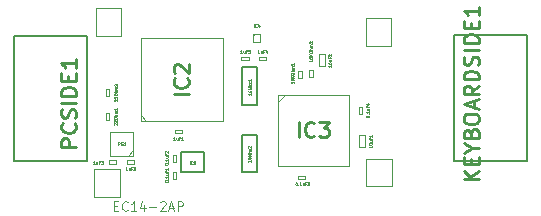
<source format=gbr>
G04 #@! TF.GenerationSoftware,KiCad,Pcbnew,(5.1.6)-1*
G04 #@! TF.CreationDate,2021-12-03T12:33:41+01:00*
G04 #@! TF.ProjectId,USBEMBEDED,55534245-4d42-4454-9445-442e6b696361,rev?*
G04 #@! TF.SameCoordinates,Original*
G04 #@! TF.FileFunction,Other,Fab,Top*
%FSLAX46Y46*%
G04 Gerber Fmt 4.6, Leading zero omitted, Abs format (unit mm)*
G04 Created by KiCad (PCBNEW (5.1.6)-1) date 2021-12-03 12:33:41*
%MOMM*%
%LPD*%
G01*
G04 APERTURE LIST*
%ADD10C,0.100000*%
%ADD11C,0.200000*%
%ADD12C,0.062500*%
%ADD13C,0.254000*%
%ADD14C,0.015000*%
G04 APERTURE END LIST*
D10*
G04 #@! TO.C,IC4*
X154368000Y-94738000D02*
X155013000Y-94738000D01*
X155013000Y-94738000D02*
X155013000Y-95383000D01*
X155013000Y-95383000D02*
X154368000Y-95383000D01*
X154368000Y-95383000D02*
X154368000Y-94738000D01*
X154368000Y-94906000D02*
X154537000Y-94737000D01*
D11*
G04 #@! TO.C,PCSIDE1*
X134170000Y-105510000D02*
X134170000Y-94890000D01*
X134170000Y-94890000D02*
X140370000Y-94890000D01*
X140370000Y-94890000D02*
X140370000Y-105510000D01*
X140370000Y-105510000D02*
X134170000Y-105510000D01*
G04 #@! TO.C,KEYBOARDSIDE1*
X177610000Y-94840000D02*
X177610000Y-105460000D01*
X177610000Y-105460000D02*
X171410000Y-105460000D01*
X171410000Y-105460000D02*
X171410000Y-94840000D01*
X171410000Y-94840000D02*
X177610000Y-94840000D01*
D10*
G04 #@! TO.C,TX1*
X163933000Y-95728000D02*
X163933000Y-93392000D01*
X163933000Y-93392000D02*
X166067000Y-93392000D01*
X166067000Y-93392000D02*
X166067000Y-95728000D01*
X166067000Y-95728000D02*
X163933000Y-95728000D01*
G04 #@! TO.C,RX1*
X163993000Y-107628000D02*
X163993000Y-105292000D01*
X163993000Y-105292000D02*
X166127000Y-105292000D01*
X166127000Y-105292000D02*
X166127000Y-107628000D01*
X166127000Y-107628000D02*
X163993000Y-107628000D01*
D11*
G04 #@! TO.C,IC5*
X148270000Y-104680000D02*
X150270000Y-104680000D01*
X150270000Y-104680000D02*
X150270000Y-106380000D01*
X150270000Y-106380000D02*
X148270000Y-106380000D01*
X148270000Y-106380000D02*
X148270000Y-104680000D01*
D10*
G04 #@! TO.C,GND1*
X141113000Y-94868000D02*
X141113000Y-92532000D01*
X141113000Y-92532000D02*
X143247000Y-92532000D01*
X143247000Y-92532000D02*
X143247000Y-94868000D01*
X143247000Y-94868000D02*
X141113000Y-94868000D01*
G04 #@! TO.C,5V+1*
X140963000Y-108528000D02*
X140963000Y-106192000D01*
X140963000Y-106192000D02*
X143097000Y-106192000D01*
X143097000Y-106192000D02*
X143097000Y-108528000D01*
X143097000Y-108528000D02*
X140963000Y-108528000D01*
G04 #@! TO.C,1uF4*
X154865000Y-96960000D02*
X154865000Y-96660000D01*
X155465000Y-96960000D02*
X154865000Y-96960000D01*
X155465000Y-96660000D02*
X155465000Y-96960000D01*
X154865000Y-96660000D02*
X155465000Y-96660000D01*
G04 #@! TO.C,1uF1*
X147780000Y-102830000D02*
X148380000Y-102830000D01*
X148380000Y-102830000D02*
X148380000Y-103130000D01*
X148380000Y-103130000D02*
X147780000Y-103130000D01*
X147780000Y-103130000D02*
X147780000Y-102830000D01*
G04 #@! TO.C,0.1uF3*
X158200000Y-106730000D02*
X158800000Y-106730000D01*
X158800000Y-106730000D02*
X158800000Y-107030000D01*
X158800000Y-107030000D02*
X158200000Y-107030000D01*
X158200000Y-107030000D02*
X158200000Y-106730000D01*
G04 #@! TO.C,PS1*
X144280000Y-105020000D02*
X142280000Y-105020000D01*
X142280000Y-105020000D02*
X142280000Y-103020000D01*
X142280000Y-103020000D02*
X144280000Y-103020000D01*
X144280000Y-103020000D02*
X144280000Y-105020000D01*
X144280000Y-104520000D02*
X143780000Y-105020000D01*
G04 #@! TO.C,IC3*
X156500000Y-99870000D02*
X162500000Y-99870000D01*
X162500000Y-99870000D02*
X162500000Y-105870000D01*
X162500000Y-105870000D02*
X156500000Y-105870000D01*
X156500000Y-105870000D02*
X156500000Y-99870000D01*
X156500000Y-100520000D02*
X157150000Y-99870000D01*
G04 #@! TO.C,IC2*
X144880000Y-102070000D02*
X144880000Y-95070000D01*
X144880000Y-95070000D02*
X151880000Y-95070000D01*
X151880000Y-95070000D02*
X151880000Y-102070000D01*
X151880000Y-102070000D02*
X144880000Y-102070000D01*
X145380000Y-102070000D02*
X144880000Y-101570000D01*
G04 #@! TO.C,22Ohm2*
X142240000Y-99380000D02*
X142240000Y-99980000D01*
X142240000Y-99980000D02*
X141940000Y-99980000D01*
X141940000Y-99980000D02*
X141940000Y-99380000D01*
X141940000Y-99380000D02*
X142240000Y-99380000D01*
G04 #@! TO.C,22Ohm1*
X142240000Y-101430000D02*
X142240000Y-102030000D01*
X142240000Y-102030000D02*
X141940000Y-102030000D01*
X141940000Y-102030000D02*
X141940000Y-101430000D01*
X141940000Y-101430000D02*
X142240000Y-101430000D01*
G04 #@! TO.C,1uF5*
X154025000Y-96960000D02*
X153425000Y-96960000D01*
X153425000Y-96960000D02*
X153425000Y-96660000D01*
X153425000Y-96660000D02*
X154025000Y-96660000D01*
X154025000Y-96660000D02*
X154025000Y-96960000D01*
G04 #@! TO.C,1uF3*
X142810000Y-105700000D02*
X142210000Y-105700000D01*
X142210000Y-105700000D02*
X142210000Y-105400000D01*
X142210000Y-105400000D02*
X142810000Y-105400000D01*
X142810000Y-105400000D02*
X142810000Y-105700000D01*
G04 #@! TO.C,1uF2*
X143690000Y-105400000D02*
X144290000Y-105400000D01*
X144290000Y-105400000D02*
X144290000Y-105700000D01*
X144290000Y-105700000D02*
X143690000Y-105700000D01*
X143690000Y-105700000D02*
X143690000Y-105400000D01*
D11*
G04 #@! TO.C,16Mhz2*
X154760000Y-103240000D02*
X154760000Y-106440000D01*
X154760000Y-106440000D02*
X153460000Y-106440000D01*
X153460000Y-106440000D02*
X153460000Y-103240000D01*
X153460000Y-103240000D02*
X154760000Y-103240000D01*
G04 #@! TO.C,16Mhz1*
X154770000Y-97530000D02*
X154770000Y-100730000D01*
X154770000Y-100730000D02*
X153470000Y-100730000D01*
X153470000Y-100730000D02*
X153470000Y-97530000D01*
X153470000Y-97530000D02*
X154770000Y-97530000D01*
D10*
G04 #@! TO.C,10uF2*
X160010000Y-97450000D02*
X160010000Y-96450000D01*
X160010000Y-96450000D02*
X160510000Y-96450000D01*
X160510000Y-96450000D02*
X160510000Y-97450000D01*
X160510000Y-97450000D02*
X160010000Y-97450000D01*
G04 #@! TO.C,10uF1*
X163890000Y-103310000D02*
X163890000Y-104310000D01*
X163890000Y-104310000D02*
X163390000Y-104310000D01*
X163390000Y-104310000D02*
X163390000Y-103310000D01*
X163390000Y-103310000D02*
X163890000Y-103310000D01*
G04 #@! TO.C,10KOhm1*
X158510000Y-97860000D02*
X158510000Y-98460000D01*
X158510000Y-98460000D02*
X158210000Y-98460000D01*
X158210000Y-98460000D02*
X158210000Y-97860000D01*
X158210000Y-97860000D02*
X158510000Y-97860000D01*
G04 #@! TO.C,10KOhm2*
X159180000Y-98370000D02*
X159180000Y-97770000D01*
X159180000Y-97770000D02*
X159480000Y-97770000D01*
X159480000Y-97770000D02*
X159480000Y-98370000D01*
X159480000Y-98370000D02*
X159180000Y-98370000D01*
G04 #@! TO.C,0.1uF4*
X163360000Y-101480000D02*
X163360000Y-100880000D01*
X163360000Y-100880000D02*
X163660000Y-100880000D01*
X163660000Y-100880000D02*
X163660000Y-101480000D01*
X163660000Y-101480000D02*
X163360000Y-101480000D01*
G04 #@! TO.C,0.1uF2*
X147900000Y-104930000D02*
X147900000Y-105530000D01*
X147900000Y-105530000D02*
X147600000Y-105530000D01*
X147600000Y-105530000D02*
X147600000Y-104930000D01*
X147600000Y-104930000D02*
X147900000Y-104930000D01*
G04 #@! TO.C,0.1uF1*
X147610000Y-106985000D02*
X147610000Y-106385000D01*
X147610000Y-106385000D02*
X147910000Y-106385000D01*
X147910000Y-106385000D02*
X147910000Y-106985000D01*
X147910000Y-106985000D02*
X147610000Y-106985000D01*
G04 #@! TD*
G04 #@! TO.C,IC4*
D12*
X154445952Y-94113095D02*
X154445952Y-93863095D01*
X154707857Y-94089285D02*
X154695952Y-94101190D01*
X154660238Y-94113095D01*
X154636428Y-94113095D01*
X154600714Y-94101190D01*
X154576904Y-94077380D01*
X154565000Y-94053571D01*
X154553095Y-94005952D01*
X154553095Y-93970238D01*
X154565000Y-93922619D01*
X154576904Y-93898809D01*
X154600714Y-93875000D01*
X154636428Y-93863095D01*
X154660238Y-93863095D01*
X154695952Y-93875000D01*
X154707857Y-93886904D01*
X154922142Y-93946428D02*
X154922142Y-94113095D01*
X154862619Y-93851190D02*
X154803095Y-94029761D01*
X154957857Y-94029761D01*
G04 #@! TO.C,PCSIDE1*
D13*
X139423953Y-104290887D02*
X138153953Y-104290887D01*
X138153953Y-103807078D01*
X138214430Y-103686125D01*
X138274906Y-103625649D01*
X138395858Y-103565173D01*
X138577287Y-103565173D01*
X138698239Y-103625649D01*
X138758715Y-103686125D01*
X138819191Y-103807078D01*
X138819191Y-104290887D01*
X139303001Y-102295173D02*
X139363477Y-102355649D01*
X139423953Y-102537078D01*
X139423953Y-102658030D01*
X139363477Y-102839459D01*
X139242525Y-102960411D01*
X139121572Y-103020887D01*
X138879668Y-103081363D01*
X138698239Y-103081363D01*
X138456334Y-103020887D01*
X138335382Y-102960411D01*
X138214430Y-102839459D01*
X138153953Y-102658030D01*
X138153953Y-102537078D01*
X138214430Y-102355649D01*
X138274906Y-102295173D01*
X139363477Y-101811363D02*
X139423953Y-101629935D01*
X139423953Y-101327554D01*
X139363477Y-101206601D01*
X139303001Y-101146125D01*
X139182049Y-101085649D01*
X139061096Y-101085649D01*
X138940144Y-101146125D01*
X138879668Y-101206601D01*
X138819191Y-101327554D01*
X138758715Y-101569459D01*
X138698239Y-101690411D01*
X138637763Y-101750887D01*
X138516810Y-101811363D01*
X138395858Y-101811363D01*
X138274906Y-101750887D01*
X138214430Y-101690411D01*
X138153953Y-101569459D01*
X138153953Y-101267078D01*
X138214430Y-101085649D01*
X139423953Y-100541363D02*
X138153953Y-100541363D01*
X139423953Y-99936601D02*
X138153953Y-99936601D01*
X138153953Y-99634220D01*
X138214430Y-99452792D01*
X138335382Y-99331840D01*
X138456334Y-99271363D01*
X138698239Y-99210887D01*
X138879668Y-99210887D01*
X139121572Y-99271363D01*
X139242525Y-99331840D01*
X139363477Y-99452792D01*
X139423953Y-99634220D01*
X139423953Y-99936601D01*
X138758715Y-98666601D02*
X138758715Y-98243268D01*
X139423953Y-98061840D02*
X139423953Y-98666601D01*
X138153953Y-98666601D01*
X138153953Y-98061840D01*
X139423953Y-96852316D02*
X139423953Y-97578030D01*
X139423953Y-97215173D02*
X138153953Y-97215173D01*
X138335382Y-97336125D01*
X138456334Y-97457078D01*
X138516810Y-97578030D01*
G04 #@! TO.C,KEYBOARDSIDE1*
X173505093Y-107035540D02*
X172235093Y-107035540D01*
X173505093Y-106309826D02*
X172779379Y-106854112D01*
X172235093Y-106309826D02*
X172960808Y-107035540D01*
X172839855Y-105765540D02*
X172839855Y-105342207D01*
X173505093Y-105160779D02*
X173505093Y-105765540D01*
X172235093Y-105765540D01*
X172235093Y-105160779D01*
X172900331Y-104374588D02*
X173505093Y-104374588D01*
X172235093Y-104797921D02*
X172900331Y-104374588D01*
X172235093Y-103951255D01*
X172839855Y-103104588D02*
X172900331Y-102923160D01*
X172960808Y-102862683D01*
X173081760Y-102802207D01*
X173263189Y-102802207D01*
X173384141Y-102862683D01*
X173444617Y-102923160D01*
X173505093Y-103044112D01*
X173505093Y-103527921D01*
X172235093Y-103527921D01*
X172235093Y-103104588D01*
X172295570Y-102983636D01*
X172356046Y-102923160D01*
X172476998Y-102862683D01*
X172597950Y-102862683D01*
X172718903Y-102923160D01*
X172779379Y-102983636D01*
X172839855Y-103104588D01*
X172839855Y-103527921D01*
X172235093Y-102016017D02*
X172235093Y-101774112D01*
X172295570Y-101653160D01*
X172416522Y-101532207D01*
X172658427Y-101471731D01*
X173081760Y-101471731D01*
X173323665Y-101532207D01*
X173444617Y-101653160D01*
X173505093Y-101774112D01*
X173505093Y-102016017D01*
X173444617Y-102136969D01*
X173323665Y-102257921D01*
X173081760Y-102318398D01*
X172658427Y-102318398D01*
X172416522Y-102257921D01*
X172295570Y-102136969D01*
X172235093Y-102016017D01*
X173142236Y-100987921D02*
X173142236Y-100383160D01*
X173505093Y-101108874D02*
X172235093Y-100685540D01*
X173505093Y-100262207D01*
X173505093Y-99113160D02*
X172900331Y-99536493D01*
X173505093Y-99838874D02*
X172235093Y-99838874D01*
X172235093Y-99355064D01*
X172295570Y-99234112D01*
X172356046Y-99173636D01*
X172476998Y-99113160D01*
X172658427Y-99113160D01*
X172779379Y-99173636D01*
X172839855Y-99234112D01*
X172900331Y-99355064D01*
X172900331Y-99838874D01*
X173505093Y-98568874D02*
X172235093Y-98568874D01*
X172235093Y-98266493D01*
X172295570Y-98085064D01*
X172416522Y-97964112D01*
X172537474Y-97903636D01*
X172779379Y-97843160D01*
X172960808Y-97843160D01*
X173202712Y-97903636D01*
X173323665Y-97964112D01*
X173444617Y-98085064D01*
X173505093Y-98266493D01*
X173505093Y-98568874D01*
X173444617Y-97359350D02*
X173505093Y-97177921D01*
X173505093Y-96875540D01*
X173444617Y-96754588D01*
X173384141Y-96694112D01*
X173263189Y-96633636D01*
X173142236Y-96633636D01*
X173021284Y-96694112D01*
X172960808Y-96754588D01*
X172900331Y-96875540D01*
X172839855Y-97117445D01*
X172779379Y-97238398D01*
X172718903Y-97298874D01*
X172597950Y-97359350D01*
X172476998Y-97359350D01*
X172356046Y-97298874D01*
X172295570Y-97238398D01*
X172235093Y-97117445D01*
X172235093Y-96815064D01*
X172295570Y-96633636D01*
X173505093Y-96089350D02*
X172235093Y-96089350D01*
X173505093Y-95484588D02*
X172235093Y-95484588D01*
X172235093Y-95182207D01*
X172295570Y-95000779D01*
X172416522Y-94879826D01*
X172537474Y-94819350D01*
X172779379Y-94758874D01*
X172960808Y-94758874D01*
X173202712Y-94819350D01*
X173323665Y-94879826D01*
X173444617Y-95000779D01*
X173505093Y-95182207D01*
X173505093Y-95484588D01*
X172839855Y-94214588D02*
X172839855Y-93791255D01*
X173505093Y-93609826D02*
X173505093Y-94214588D01*
X172235093Y-94214588D01*
X172235093Y-93609826D01*
X173505093Y-92400302D02*
X173505093Y-93126017D01*
X173505093Y-92763160D02*
X172235093Y-92763160D01*
X172416522Y-92884112D01*
X172537474Y-93005064D01*
X172597950Y-93126017D01*
G04 #@! TO.C,IC5*
D12*
X149025952Y-105743095D02*
X149025952Y-105493095D01*
X149287857Y-105719285D02*
X149275952Y-105731190D01*
X149240238Y-105743095D01*
X149216428Y-105743095D01*
X149180714Y-105731190D01*
X149156904Y-105707380D01*
X149145000Y-105683571D01*
X149133095Y-105635952D01*
X149133095Y-105600238D01*
X149145000Y-105552619D01*
X149156904Y-105528809D01*
X149180714Y-105505000D01*
X149216428Y-105493095D01*
X149240238Y-105493095D01*
X149275952Y-105505000D01*
X149287857Y-105516904D01*
X149514047Y-105493095D02*
X149395000Y-105493095D01*
X149383095Y-105612142D01*
X149395000Y-105600238D01*
X149418809Y-105588333D01*
X149478333Y-105588333D01*
X149502142Y-105600238D01*
X149514047Y-105612142D01*
X149525952Y-105635952D01*
X149525952Y-105695476D01*
X149514047Y-105719285D01*
X149502142Y-105731190D01*
X149478333Y-105743095D01*
X149418809Y-105743095D01*
X149395000Y-105731190D01*
X149383095Y-105719285D01*
G04 #@! TO.C,1uF4*
X154932142Y-96363095D02*
X154789285Y-96363095D01*
X154860714Y-96363095D02*
X154860714Y-96113095D01*
X154836904Y-96148809D01*
X154813095Y-96172619D01*
X154789285Y-96184523D01*
X155146428Y-96196428D02*
X155146428Y-96363095D01*
X155039285Y-96196428D02*
X155039285Y-96327380D01*
X155051190Y-96351190D01*
X155075000Y-96363095D01*
X155110714Y-96363095D01*
X155134523Y-96351190D01*
X155146428Y-96339285D01*
X155348809Y-96232142D02*
X155265476Y-96232142D01*
X155265476Y-96363095D02*
X155265476Y-96113095D01*
X155384523Y-96113095D01*
X155586904Y-96196428D02*
X155586904Y-96363095D01*
X155527380Y-96101190D02*
X155467857Y-96279761D01*
X155622619Y-96279761D01*
G04 #@! TO.C,1uF1*
X147807142Y-103688095D02*
X147664285Y-103688095D01*
X147735714Y-103688095D02*
X147735714Y-103438095D01*
X147711904Y-103473809D01*
X147688095Y-103497619D01*
X147664285Y-103509523D01*
X148021428Y-103521428D02*
X148021428Y-103688095D01*
X147914285Y-103521428D02*
X147914285Y-103652380D01*
X147926190Y-103676190D01*
X147950000Y-103688095D01*
X147985714Y-103688095D01*
X148009523Y-103676190D01*
X148021428Y-103664285D01*
X148223809Y-103557142D02*
X148140476Y-103557142D01*
X148140476Y-103688095D02*
X148140476Y-103438095D01*
X148259523Y-103438095D01*
X148485714Y-103688095D02*
X148342857Y-103688095D01*
X148414285Y-103688095D02*
X148414285Y-103438095D01*
X148390476Y-103473809D01*
X148366666Y-103497619D01*
X148342857Y-103509523D01*
G04 #@! TO.C,0.1uF3*
X158045238Y-107288095D02*
X158069047Y-107288095D01*
X158092857Y-107300000D01*
X158104761Y-107311904D01*
X158116666Y-107335714D01*
X158128571Y-107383333D01*
X158128571Y-107442857D01*
X158116666Y-107490476D01*
X158104761Y-107514285D01*
X158092857Y-107526190D01*
X158069047Y-107538095D01*
X158045238Y-107538095D01*
X158021428Y-107526190D01*
X158009523Y-107514285D01*
X157997619Y-107490476D01*
X157985714Y-107442857D01*
X157985714Y-107383333D01*
X157997619Y-107335714D01*
X158009523Y-107311904D01*
X158021428Y-107300000D01*
X158045238Y-107288095D01*
X158235714Y-107514285D02*
X158247619Y-107526190D01*
X158235714Y-107538095D01*
X158223809Y-107526190D01*
X158235714Y-107514285D01*
X158235714Y-107538095D01*
X158485714Y-107538095D02*
X158342857Y-107538095D01*
X158414285Y-107538095D02*
X158414285Y-107288095D01*
X158390476Y-107323809D01*
X158366666Y-107347619D01*
X158342857Y-107359523D01*
X158700000Y-107371428D02*
X158700000Y-107538095D01*
X158592857Y-107371428D02*
X158592857Y-107502380D01*
X158604761Y-107526190D01*
X158628571Y-107538095D01*
X158664285Y-107538095D01*
X158688095Y-107526190D01*
X158700000Y-107514285D01*
X158902380Y-107407142D02*
X158819047Y-107407142D01*
X158819047Y-107538095D02*
X158819047Y-107288095D01*
X158938095Y-107288095D01*
X159009523Y-107288095D02*
X159164285Y-107288095D01*
X159080952Y-107383333D01*
X159116666Y-107383333D01*
X159140476Y-107395238D01*
X159152380Y-107407142D01*
X159164285Y-107430952D01*
X159164285Y-107490476D01*
X159152380Y-107514285D01*
X159140476Y-107526190D01*
X159116666Y-107538095D01*
X159045238Y-107538095D01*
X159021428Y-107526190D01*
X159009523Y-107514285D01*
G04 #@! TO.C,U1*
D14*
X142614111Y-109273757D02*
X142876579Y-109273757D01*
X142989065Y-109686205D02*
X142614111Y-109686205D01*
X142614111Y-108898803D01*
X142989065Y-108898803D01*
X143776467Y-109611215D02*
X143738971Y-109648710D01*
X143626485Y-109686205D01*
X143551495Y-109686205D01*
X143439009Y-109648710D01*
X143364018Y-109573719D01*
X143326523Y-109498729D01*
X143289027Y-109348747D01*
X143289027Y-109236261D01*
X143326523Y-109086280D01*
X143364018Y-109011289D01*
X143439009Y-108936299D01*
X143551495Y-108898803D01*
X143626485Y-108898803D01*
X143738971Y-108936299D01*
X143776467Y-108973794D01*
X144526373Y-109686205D02*
X144076429Y-109686205D01*
X144301401Y-109686205D02*
X144301401Y-108898803D01*
X144226411Y-109011289D01*
X144151420Y-109086280D01*
X144076429Y-109123775D01*
X145201289Y-109161271D02*
X145201289Y-109686205D01*
X145013813Y-108861308D02*
X144826336Y-109423738D01*
X145313775Y-109423738D01*
X145613738Y-109386243D02*
X146213663Y-109386243D01*
X146551121Y-108973794D02*
X146588617Y-108936299D01*
X146663607Y-108898803D01*
X146851084Y-108898803D01*
X146926075Y-108936299D01*
X146963570Y-108973794D01*
X147001065Y-109048785D01*
X147001065Y-109123775D01*
X146963570Y-109236261D01*
X146513626Y-109686205D01*
X147001065Y-109686205D01*
X147301028Y-109461233D02*
X147675981Y-109461233D01*
X147226037Y-109686205D02*
X147488505Y-108898803D01*
X147750972Y-109686205D01*
X148013439Y-109686205D02*
X148013439Y-108898803D01*
X148313402Y-108898803D01*
X148388393Y-108936299D01*
X148425888Y-108973794D01*
X148463383Y-109048785D01*
X148463383Y-109161271D01*
X148425888Y-109236261D01*
X148388393Y-109273757D01*
X148313402Y-109311252D01*
X148013439Y-109311252D01*
G04 #@! TO.C,PS1*
D12*
X142976428Y-104133095D02*
X142976428Y-103883095D01*
X143071666Y-103883095D01*
X143095476Y-103895000D01*
X143107380Y-103906904D01*
X143119285Y-103930714D01*
X143119285Y-103966428D01*
X143107380Y-103990238D01*
X143095476Y-104002142D01*
X143071666Y-104014047D01*
X142976428Y-104014047D01*
X143214523Y-104121190D02*
X143250238Y-104133095D01*
X143309761Y-104133095D01*
X143333571Y-104121190D01*
X143345476Y-104109285D01*
X143357380Y-104085476D01*
X143357380Y-104061666D01*
X143345476Y-104037857D01*
X143333571Y-104025952D01*
X143309761Y-104014047D01*
X143262142Y-104002142D01*
X143238333Y-103990238D01*
X143226428Y-103978333D01*
X143214523Y-103954523D01*
X143214523Y-103930714D01*
X143226428Y-103906904D01*
X143238333Y-103895000D01*
X143262142Y-103883095D01*
X143321666Y-103883095D01*
X143357380Y-103895000D01*
X143595476Y-104133095D02*
X143452619Y-104133095D01*
X143524047Y-104133095D02*
X143524047Y-103883095D01*
X143500238Y-103918809D01*
X143476428Y-103942619D01*
X143452619Y-103954523D01*
G04 #@! TO.C,IC3*
D13*
X158260238Y-103444523D02*
X158260238Y-102174523D01*
X159590714Y-103323571D02*
X159530238Y-103384047D01*
X159348809Y-103444523D01*
X159227857Y-103444523D01*
X159046428Y-103384047D01*
X158925476Y-103263095D01*
X158865000Y-103142142D01*
X158804523Y-102900238D01*
X158804523Y-102718809D01*
X158865000Y-102476904D01*
X158925476Y-102355952D01*
X159046428Y-102235000D01*
X159227857Y-102174523D01*
X159348809Y-102174523D01*
X159530238Y-102235000D01*
X159590714Y-102295476D01*
X160014047Y-102174523D02*
X160800238Y-102174523D01*
X160376904Y-102658333D01*
X160558333Y-102658333D01*
X160679285Y-102718809D01*
X160739761Y-102779285D01*
X160800238Y-102900238D01*
X160800238Y-103202619D01*
X160739761Y-103323571D01*
X160679285Y-103384047D01*
X160558333Y-103444523D01*
X160195476Y-103444523D01*
X160074523Y-103384047D01*
X160014047Y-103323571D01*
G04 #@! TO.C,IC2*
X148954523Y-99809761D02*
X147684523Y-99809761D01*
X148833571Y-98479285D02*
X148894047Y-98539761D01*
X148954523Y-98721190D01*
X148954523Y-98842142D01*
X148894047Y-99023571D01*
X148773095Y-99144523D01*
X148652142Y-99205000D01*
X148410238Y-99265476D01*
X148228809Y-99265476D01*
X147986904Y-99205000D01*
X147865952Y-99144523D01*
X147745000Y-99023571D01*
X147684523Y-98842142D01*
X147684523Y-98721190D01*
X147745000Y-98539761D01*
X147805476Y-98479285D01*
X147805476Y-97995476D02*
X147745000Y-97935000D01*
X147684523Y-97814047D01*
X147684523Y-97511666D01*
X147745000Y-97390714D01*
X147805476Y-97330238D01*
X147926428Y-97269761D01*
X148047380Y-97269761D01*
X148228809Y-97330238D01*
X148954523Y-98055952D01*
X148954523Y-97269761D01*
G04 #@! TO.C,22Ohm2*
D12*
X142686904Y-100400238D02*
X142675000Y-100388333D01*
X142663095Y-100364523D01*
X142663095Y-100305000D01*
X142675000Y-100281190D01*
X142686904Y-100269285D01*
X142710714Y-100257380D01*
X142734523Y-100257380D01*
X142770238Y-100269285D01*
X142913095Y-100412142D01*
X142913095Y-100257380D01*
X142686904Y-100162142D02*
X142675000Y-100150238D01*
X142663095Y-100126428D01*
X142663095Y-100066904D01*
X142675000Y-100043095D01*
X142686904Y-100031190D01*
X142710714Y-100019285D01*
X142734523Y-100019285D01*
X142770238Y-100031190D01*
X142913095Y-100174047D01*
X142913095Y-100019285D01*
X142663095Y-99864523D02*
X142663095Y-99816904D01*
X142675000Y-99793095D01*
X142698809Y-99769285D01*
X142746428Y-99757380D01*
X142829761Y-99757380D01*
X142877380Y-99769285D01*
X142901190Y-99793095D01*
X142913095Y-99816904D01*
X142913095Y-99864523D01*
X142901190Y-99888333D01*
X142877380Y-99912142D01*
X142829761Y-99924047D01*
X142746428Y-99924047D01*
X142698809Y-99912142D01*
X142675000Y-99888333D01*
X142663095Y-99864523D01*
X142913095Y-99650238D02*
X142663095Y-99650238D01*
X142913095Y-99543095D02*
X142782142Y-99543095D01*
X142758333Y-99555000D01*
X142746428Y-99578809D01*
X142746428Y-99614523D01*
X142758333Y-99638333D01*
X142770238Y-99650238D01*
X142913095Y-99424047D02*
X142746428Y-99424047D01*
X142770238Y-99424047D02*
X142758333Y-99412142D01*
X142746428Y-99388333D01*
X142746428Y-99352619D01*
X142758333Y-99328809D01*
X142782142Y-99316904D01*
X142913095Y-99316904D01*
X142782142Y-99316904D02*
X142758333Y-99305000D01*
X142746428Y-99281190D01*
X142746428Y-99245476D01*
X142758333Y-99221666D01*
X142782142Y-99209761D01*
X142913095Y-99209761D01*
X142686904Y-99102619D02*
X142675000Y-99090714D01*
X142663095Y-99066904D01*
X142663095Y-99007380D01*
X142675000Y-98983571D01*
X142686904Y-98971666D01*
X142710714Y-98959761D01*
X142734523Y-98959761D01*
X142770238Y-98971666D01*
X142913095Y-99114523D01*
X142913095Y-98959761D01*
G04 #@! TO.C,22Ohm1*
X142636904Y-102420238D02*
X142625000Y-102408333D01*
X142613095Y-102384523D01*
X142613095Y-102325000D01*
X142625000Y-102301190D01*
X142636904Y-102289285D01*
X142660714Y-102277380D01*
X142684523Y-102277380D01*
X142720238Y-102289285D01*
X142863095Y-102432142D01*
X142863095Y-102277380D01*
X142636904Y-102182142D02*
X142625000Y-102170238D01*
X142613095Y-102146428D01*
X142613095Y-102086904D01*
X142625000Y-102063095D01*
X142636904Y-102051190D01*
X142660714Y-102039285D01*
X142684523Y-102039285D01*
X142720238Y-102051190D01*
X142863095Y-102194047D01*
X142863095Y-102039285D01*
X142613095Y-101884523D02*
X142613095Y-101836904D01*
X142625000Y-101813095D01*
X142648809Y-101789285D01*
X142696428Y-101777380D01*
X142779761Y-101777380D01*
X142827380Y-101789285D01*
X142851190Y-101813095D01*
X142863095Y-101836904D01*
X142863095Y-101884523D01*
X142851190Y-101908333D01*
X142827380Y-101932142D01*
X142779761Y-101944047D01*
X142696428Y-101944047D01*
X142648809Y-101932142D01*
X142625000Y-101908333D01*
X142613095Y-101884523D01*
X142863095Y-101670238D02*
X142613095Y-101670238D01*
X142863095Y-101563095D02*
X142732142Y-101563095D01*
X142708333Y-101575000D01*
X142696428Y-101598809D01*
X142696428Y-101634523D01*
X142708333Y-101658333D01*
X142720238Y-101670238D01*
X142863095Y-101444047D02*
X142696428Y-101444047D01*
X142720238Y-101444047D02*
X142708333Y-101432142D01*
X142696428Y-101408333D01*
X142696428Y-101372619D01*
X142708333Y-101348809D01*
X142732142Y-101336904D01*
X142863095Y-101336904D01*
X142732142Y-101336904D02*
X142708333Y-101325000D01*
X142696428Y-101301190D01*
X142696428Y-101265476D01*
X142708333Y-101241666D01*
X142732142Y-101229761D01*
X142863095Y-101229761D01*
X142863095Y-100979761D02*
X142863095Y-101122619D01*
X142863095Y-101051190D02*
X142613095Y-101051190D01*
X142648809Y-101075000D01*
X142672619Y-101098809D01*
X142684523Y-101122619D01*
G04 #@! TO.C,1uF5*
X153482142Y-96313095D02*
X153339285Y-96313095D01*
X153410714Y-96313095D02*
X153410714Y-96063095D01*
X153386904Y-96098809D01*
X153363095Y-96122619D01*
X153339285Y-96134523D01*
X153696428Y-96146428D02*
X153696428Y-96313095D01*
X153589285Y-96146428D02*
X153589285Y-96277380D01*
X153601190Y-96301190D01*
X153625000Y-96313095D01*
X153660714Y-96313095D01*
X153684523Y-96301190D01*
X153696428Y-96289285D01*
X153898809Y-96182142D02*
X153815476Y-96182142D01*
X153815476Y-96313095D02*
X153815476Y-96063095D01*
X153934523Y-96063095D01*
X154148809Y-96063095D02*
X154029761Y-96063095D01*
X154017857Y-96182142D01*
X154029761Y-96170238D01*
X154053571Y-96158333D01*
X154113095Y-96158333D01*
X154136904Y-96170238D01*
X154148809Y-96182142D01*
X154160714Y-96205952D01*
X154160714Y-96265476D01*
X154148809Y-96289285D01*
X154136904Y-96301190D01*
X154113095Y-96313095D01*
X154053571Y-96313095D01*
X154029761Y-96301190D01*
X154017857Y-96289285D01*
G04 #@! TO.C,1uF3*
X141007142Y-105713095D02*
X140864285Y-105713095D01*
X140935714Y-105713095D02*
X140935714Y-105463095D01*
X140911904Y-105498809D01*
X140888095Y-105522619D01*
X140864285Y-105534523D01*
X141221428Y-105546428D02*
X141221428Y-105713095D01*
X141114285Y-105546428D02*
X141114285Y-105677380D01*
X141126190Y-105701190D01*
X141150000Y-105713095D01*
X141185714Y-105713095D01*
X141209523Y-105701190D01*
X141221428Y-105689285D01*
X141423809Y-105582142D02*
X141340476Y-105582142D01*
X141340476Y-105713095D02*
X141340476Y-105463095D01*
X141459523Y-105463095D01*
X141530952Y-105463095D02*
X141685714Y-105463095D01*
X141602380Y-105558333D01*
X141638095Y-105558333D01*
X141661904Y-105570238D01*
X141673809Y-105582142D01*
X141685714Y-105605952D01*
X141685714Y-105665476D01*
X141673809Y-105689285D01*
X141661904Y-105701190D01*
X141638095Y-105713095D01*
X141566666Y-105713095D01*
X141542857Y-105701190D01*
X141530952Y-105689285D01*
G04 #@! TO.C,1uF2*
X143757142Y-106263095D02*
X143614285Y-106263095D01*
X143685714Y-106263095D02*
X143685714Y-106013095D01*
X143661904Y-106048809D01*
X143638095Y-106072619D01*
X143614285Y-106084523D01*
X143971428Y-106096428D02*
X143971428Y-106263095D01*
X143864285Y-106096428D02*
X143864285Y-106227380D01*
X143876190Y-106251190D01*
X143900000Y-106263095D01*
X143935714Y-106263095D01*
X143959523Y-106251190D01*
X143971428Y-106239285D01*
X144173809Y-106132142D02*
X144090476Y-106132142D01*
X144090476Y-106263095D02*
X144090476Y-106013095D01*
X144209523Y-106013095D01*
X144292857Y-106036904D02*
X144304761Y-106025000D01*
X144328571Y-106013095D01*
X144388095Y-106013095D01*
X144411904Y-106025000D01*
X144423809Y-106036904D01*
X144435714Y-106060714D01*
X144435714Y-106084523D01*
X144423809Y-106120238D01*
X144280952Y-106263095D01*
X144435714Y-106263095D01*
G04 #@! TO.C,16Mhz2*
X154188095Y-105398809D02*
X154188095Y-105541666D01*
X154188095Y-105470238D02*
X153938095Y-105470238D01*
X153973809Y-105494047D01*
X153997619Y-105517857D01*
X154009523Y-105541666D01*
X153938095Y-105184523D02*
X153938095Y-105232142D01*
X153950000Y-105255952D01*
X153961904Y-105267857D01*
X153997619Y-105291666D01*
X154045238Y-105303571D01*
X154140476Y-105303571D01*
X154164285Y-105291666D01*
X154176190Y-105279761D01*
X154188095Y-105255952D01*
X154188095Y-105208333D01*
X154176190Y-105184523D01*
X154164285Y-105172619D01*
X154140476Y-105160714D01*
X154080952Y-105160714D01*
X154057142Y-105172619D01*
X154045238Y-105184523D01*
X154033333Y-105208333D01*
X154033333Y-105255952D01*
X154045238Y-105279761D01*
X154057142Y-105291666D01*
X154080952Y-105303571D01*
X154188095Y-105053571D02*
X153938095Y-105053571D01*
X154116666Y-104970238D01*
X153938095Y-104886904D01*
X154188095Y-104886904D01*
X154188095Y-104767857D02*
X153938095Y-104767857D01*
X154188095Y-104660714D02*
X154057142Y-104660714D01*
X154033333Y-104672619D01*
X154021428Y-104696428D01*
X154021428Y-104732142D01*
X154033333Y-104755952D01*
X154045238Y-104767857D01*
X154021428Y-104565476D02*
X154021428Y-104434523D01*
X154188095Y-104565476D01*
X154188095Y-104434523D01*
X153961904Y-104351190D02*
X153950000Y-104339285D01*
X153938095Y-104315476D01*
X153938095Y-104255952D01*
X153950000Y-104232142D01*
X153961904Y-104220238D01*
X153985714Y-104208333D01*
X154009523Y-104208333D01*
X154045238Y-104220238D01*
X154188095Y-104363095D01*
X154188095Y-104208333D01*
G04 #@! TO.C,16Mhz1*
X154263095Y-99748809D02*
X154263095Y-99891666D01*
X154263095Y-99820238D02*
X154013095Y-99820238D01*
X154048809Y-99844047D01*
X154072619Y-99867857D01*
X154084523Y-99891666D01*
X154013095Y-99534523D02*
X154013095Y-99582142D01*
X154025000Y-99605952D01*
X154036904Y-99617857D01*
X154072619Y-99641666D01*
X154120238Y-99653571D01*
X154215476Y-99653571D01*
X154239285Y-99641666D01*
X154251190Y-99629761D01*
X154263095Y-99605952D01*
X154263095Y-99558333D01*
X154251190Y-99534523D01*
X154239285Y-99522619D01*
X154215476Y-99510714D01*
X154155952Y-99510714D01*
X154132142Y-99522619D01*
X154120238Y-99534523D01*
X154108333Y-99558333D01*
X154108333Y-99605952D01*
X154120238Y-99629761D01*
X154132142Y-99641666D01*
X154155952Y-99653571D01*
X154263095Y-99403571D02*
X154013095Y-99403571D01*
X154191666Y-99320238D01*
X154013095Y-99236904D01*
X154263095Y-99236904D01*
X154263095Y-99117857D02*
X154013095Y-99117857D01*
X154263095Y-99010714D02*
X154132142Y-99010714D01*
X154108333Y-99022619D01*
X154096428Y-99046428D01*
X154096428Y-99082142D01*
X154108333Y-99105952D01*
X154120238Y-99117857D01*
X154096428Y-98915476D02*
X154096428Y-98784523D01*
X154263095Y-98915476D01*
X154263095Y-98784523D01*
X154263095Y-98558333D02*
X154263095Y-98701190D01*
X154263095Y-98629761D02*
X154013095Y-98629761D01*
X154048809Y-98653571D01*
X154072619Y-98677380D01*
X154084523Y-98701190D01*
G04 #@! TO.C,10uF2*
X161038095Y-97361904D02*
X161038095Y-97504761D01*
X161038095Y-97433333D02*
X160788095Y-97433333D01*
X160823809Y-97457142D01*
X160847619Y-97480952D01*
X160859523Y-97504761D01*
X160788095Y-97207142D02*
X160788095Y-97183333D01*
X160800000Y-97159523D01*
X160811904Y-97147619D01*
X160835714Y-97135714D01*
X160883333Y-97123809D01*
X160942857Y-97123809D01*
X160990476Y-97135714D01*
X161014285Y-97147619D01*
X161026190Y-97159523D01*
X161038095Y-97183333D01*
X161038095Y-97207142D01*
X161026190Y-97230952D01*
X161014285Y-97242857D01*
X160990476Y-97254761D01*
X160942857Y-97266666D01*
X160883333Y-97266666D01*
X160835714Y-97254761D01*
X160811904Y-97242857D01*
X160800000Y-97230952D01*
X160788095Y-97207142D01*
X160871428Y-96909523D02*
X161038095Y-96909523D01*
X160871428Y-97016666D02*
X161002380Y-97016666D01*
X161026190Y-97004761D01*
X161038095Y-96980952D01*
X161038095Y-96945238D01*
X161026190Y-96921428D01*
X161014285Y-96909523D01*
X160907142Y-96707142D02*
X160907142Y-96790476D01*
X161038095Y-96790476D02*
X160788095Y-96790476D01*
X160788095Y-96671428D01*
X160811904Y-96588095D02*
X160800000Y-96576190D01*
X160788095Y-96552380D01*
X160788095Y-96492857D01*
X160800000Y-96469047D01*
X160811904Y-96457142D01*
X160835714Y-96445238D01*
X160859523Y-96445238D01*
X160895238Y-96457142D01*
X161038095Y-96600000D01*
X161038095Y-96445238D01*
G04 #@! TO.C,10uF1*
X164463095Y-104186904D02*
X164463095Y-104329761D01*
X164463095Y-104258333D02*
X164213095Y-104258333D01*
X164248809Y-104282142D01*
X164272619Y-104305952D01*
X164284523Y-104329761D01*
X164213095Y-104032142D02*
X164213095Y-104008333D01*
X164225000Y-103984523D01*
X164236904Y-103972619D01*
X164260714Y-103960714D01*
X164308333Y-103948809D01*
X164367857Y-103948809D01*
X164415476Y-103960714D01*
X164439285Y-103972619D01*
X164451190Y-103984523D01*
X164463095Y-104008333D01*
X164463095Y-104032142D01*
X164451190Y-104055952D01*
X164439285Y-104067857D01*
X164415476Y-104079761D01*
X164367857Y-104091666D01*
X164308333Y-104091666D01*
X164260714Y-104079761D01*
X164236904Y-104067857D01*
X164225000Y-104055952D01*
X164213095Y-104032142D01*
X164296428Y-103734523D02*
X164463095Y-103734523D01*
X164296428Y-103841666D02*
X164427380Y-103841666D01*
X164451190Y-103829761D01*
X164463095Y-103805952D01*
X164463095Y-103770238D01*
X164451190Y-103746428D01*
X164439285Y-103734523D01*
X164332142Y-103532142D02*
X164332142Y-103615476D01*
X164463095Y-103615476D02*
X164213095Y-103615476D01*
X164213095Y-103496428D01*
X164463095Y-103270238D02*
X164463095Y-103413095D01*
X164463095Y-103341666D02*
X164213095Y-103341666D01*
X164248809Y-103365476D01*
X164272619Y-103389285D01*
X164284523Y-103413095D01*
G04 #@! TO.C,10KOhm1*
X157838095Y-98752380D02*
X157838095Y-98895238D01*
X157838095Y-98823809D02*
X157588095Y-98823809D01*
X157623809Y-98847619D01*
X157647619Y-98871428D01*
X157659523Y-98895238D01*
X157588095Y-98597619D02*
X157588095Y-98573809D01*
X157600000Y-98550000D01*
X157611904Y-98538095D01*
X157635714Y-98526190D01*
X157683333Y-98514285D01*
X157742857Y-98514285D01*
X157790476Y-98526190D01*
X157814285Y-98538095D01*
X157826190Y-98550000D01*
X157838095Y-98573809D01*
X157838095Y-98597619D01*
X157826190Y-98621428D01*
X157814285Y-98633333D01*
X157790476Y-98645238D01*
X157742857Y-98657142D01*
X157683333Y-98657142D01*
X157635714Y-98645238D01*
X157611904Y-98633333D01*
X157600000Y-98621428D01*
X157588095Y-98597619D01*
X157838095Y-98407142D02*
X157588095Y-98407142D01*
X157838095Y-98264285D02*
X157695238Y-98371428D01*
X157588095Y-98264285D02*
X157730952Y-98407142D01*
X157588095Y-98109523D02*
X157588095Y-98061904D01*
X157600000Y-98038095D01*
X157623809Y-98014285D01*
X157671428Y-98002380D01*
X157754761Y-98002380D01*
X157802380Y-98014285D01*
X157826190Y-98038095D01*
X157838095Y-98061904D01*
X157838095Y-98109523D01*
X157826190Y-98133333D01*
X157802380Y-98157142D01*
X157754761Y-98169047D01*
X157671428Y-98169047D01*
X157623809Y-98157142D01*
X157600000Y-98133333D01*
X157588095Y-98109523D01*
X157838095Y-97895238D02*
X157588095Y-97895238D01*
X157838095Y-97788095D02*
X157707142Y-97788095D01*
X157683333Y-97800000D01*
X157671428Y-97823809D01*
X157671428Y-97859523D01*
X157683333Y-97883333D01*
X157695238Y-97895238D01*
X157838095Y-97669047D02*
X157671428Y-97669047D01*
X157695238Y-97669047D02*
X157683333Y-97657142D01*
X157671428Y-97633333D01*
X157671428Y-97597619D01*
X157683333Y-97573809D01*
X157707142Y-97561904D01*
X157838095Y-97561904D01*
X157707142Y-97561904D02*
X157683333Y-97550000D01*
X157671428Y-97526190D01*
X157671428Y-97490476D01*
X157683333Y-97466666D01*
X157707142Y-97454761D01*
X157838095Y-97454761D01*
X157838095Y-97204761D02*
X157838095Y-97347619D01*
X157838095Y-97276190D02*
X157588095Y-97276190D01*
X157623809Y-97300000D01*
X157647619Y-97323809D01*
X157659523Y-97347619D01*
G04 #@! TO.C,10KOhm2*
X159413095Y-96902380D02*
X159413095Y-97045238D01*
X159413095Y-96973809D02*
X159163095Y-96973809D01*
X159198809Y-96997619D01*
X159222619Y-97021428D01*
X159234523Y-97045238D01*
X159163095Y-96747619D02*
X159163095Y-96723809D01*
X159175000Y-96700000D01*
X159186904Y-96688095D01*
X159210714Y-96676190D01*
X159258333Y-96664285D01*
X159317857Y-96664285D01*
X159365476Y-96676190D01*
X159389285Y-96688095D01*
X159401190Y-96700000D01*
X159413095Y-96723809D01*
X159413095Y-96747619D01*
X159401190Y-96771428D01*
X159389285Y-96783333D01*
X159365476Y-96795238D01*
X159317857Y-96807142D01*
X159258333Y-96807142D01*
X159210714Y-96795238D01*
X159186904Y-96783333D01*
X159175000Y-96771428D01*
X159163095Y-96747619D01*
X159413095Y-96557142D02*
X159163095Y-96557142D01*
X159413095Y-96414285D02*
X159270238Y-96521428D01*
X159163095Y-96414285D02*
X159305952Y-96557142D01*
X159163095Y-96259523D02*
X159163095Y-96211904D01*
X159175000Y-96188095D01*
X159198809Y-96164285D01*
X159246428Y-96152380D01*
X159329761Y-96152380D01*
X159377380Y-96164285D01*
X159401190Y-96188095D01*
X159413095Y-96211904D01*
X159413095Y-96259523D01*
X159401190Y-96283333D01*
X159377380Y-96307142D01*
X159329761Y-96319047D01*
X159246428Y-96319047D01*
X159198809Y-96307142D01*
X159175000Y-96283333D01*
X159163095Y-96259523D01*
X159413095Y-96045238D02*
X159163095Y-96045238D01*
X159413095Y-95938095D02*
X159282142Y-95938095D01*
X159258333Y-95950000D01*
X159246428Y-95973809D01*
X159246428Y-96009523D01*
X159258333Y-96033333D01*
X159270238Y-96045238D01*
X159413095Y-95819047D02*
X159246428Y-95819047D01*
X159270238Y-95819047D02*
X159258333Y-95807142D01*
X159246428Y-95783333D01*
X159246428Y-95747619D01*
X159258333Y-95723809D01*
X159282142Y-95711904D01*
X159413095Y-95711904D01*
X159282142Y-95711904D02*
X159258333Y-95700000D01*
X159246428Y-95676190D01*
X159246428Y-95640476D01*
X159258333Y-95616666D01*
X159282142Y-95604761D01*
X159413095Y-95604761D01*
X159186904Y-95497619D02*
X159175000Y-95485714D01*
X159163095Y-95461904D01*
X159163095Y-95402380D01*
X159175000Y-95378571D01*
X159186904Y-95366666D01*
X159210714Y-95354761D01*
X159234523Y-95354761D01*
X159270238Y-95366666D01*
X159413095Y-95509523D01*
X159413095Y-95354761D01*
G04 #@! TO.C,0.1uF4*
X163963095Y-101709761D02*
X163963095Y-101685952D01*
X163975000Y-101662142D01*
X163986904Y-101650238D01*
X164010714Y-101638333D01*
X164058333Y-101626428D01*
X164117857Y-101626428D01*
X164165476Y-101638333D01*
X164189285Y-101650238D01*
X164201190Y-101662142D01*
X164213095Y-101685952D01*
X164213095Y-101709761D01*
X164201190Y-101733571D01*
X164189285Y-101745476D01*
X164165476Y-101757380D01*
X164117857Y-101769285D01*
X164058333Y-101769285D01*
X164010714Y-101757380D01*
X163986904Y-101745476D01*
X163975000Y-101733571D01*
X163963095Y-101709761D01*
X164189285Y-101519285D02*
X164201190Y-101507380D01*
X164213095Y-101519285D01*
X164201190Y-101531190D01*
X164189285Y-101519285D01*
X164213095Y-101519285D01*
X164213095Y-101269285D02*
X164213095Y-101412142D01*
X164213095Y-101340714D02*
X163963095Y-101340714D01*
X163998809Y-101364523D01*
X164022619Y-101388333D01*
X164034523Y-101412142D01*
X164046428Y-101055000D02*
X164213095Y-101055000D01*
X164046428Y-101162142D02*
X164177380Y-101162142D01*
X164201190Y-101150238D01*
X164213095Y-101126428D01*
X164213095Y-101090714D01*
X164201190Y-101066904D01*
X164189285Y-101055000D01*
X164082142Y-100852619D02*
X164082142Y-100935952D01*
X164213095Y-100935952D02*
X163963095Y-100935952D01*
X163963095Y-100816904D01*
X164046428Y-100614523D02*
X164213095Y-100614523D01*
X163951190Y-100674047D02*
X164129761Y-100733571D01*
X164129761Y-100578809D01*
G04 #@! TO.C,0.1uF2*
X146938095Y-105729761D02*
X146938095Y-105705952D01*
X146950000Y-105682142D01*
X146961904Y-105670238D01*
X146985714Y-105658333D01*
X147033333Y-105646428D01*
X147092857Y-105646428D01*
X147140476Y-105658333D01*
X147164285Y-105670238D01*
X147176190Y-105682142D01*
X147188095Y-105705952D01*
X147188095Y-105729761D01*
X147176190Y-105753571D01*
X147164285Y-105765476D01*
X147140476Y-105777380D01*
X147092857Y-105789285D01*
X147033333Y-105789285D01*
X146985714Y-105777380D01*
X146961904Y-105765476D01*
X146950000Y-105753571D01*
X146938095Y-105729761D01*
X147164285Y-105539285D02*
X147176190Y-105527380D01*
X147188095Y-105539285D01*
X147176190Y-105551190D01*
X147164285Y-105539285D01*
X147188095Y-105539285D01*
X147188095Y-105289285D02*
X147188095Y-105432142D01*
X147188095Y-105360714D02*
X146938095Y-105360714D01*
X146973809Y-105384523D01*
X146997619Y-105408333D01*
X147009523Y-105432142D01*
X147021428Y-105075000D02*
X147188095Y-105075000D01*
X147021428Y-105182142D02*
X147152380Y-105182142D01*
X147176190Y-105170238D01*
X147188095Y-105146428D01*
X147188095Y-105110714D01*
X147176190Y-105086904D01*
X147164285Y-105075000D01*
X147057142Y-104872619D02*
X147057142Y-104955952D01*
X147188095Y-104955952D02*
X146938095Y-104955952D01*
X146938095Y-104836904D01*
X146961904Y-104753571D02*
X146950000Y-104741666D01*
X146938095Y-104717857D01*
X146938095Y-104658333D01*
X146950000Y-104634523D01*
X146961904Y-104622619D01*
X146985714Y-104610714D01*
X147009523Y-104610714D01*
X147045238Y-104622619D01*
X147188095Y-104765476D01*
X147188095Y-104610714D01*
G04 #@! TO.C,0.1uF1*
X146938095Y-107179761D02*
X146938095Y-107155952D01*
X146950000Y-107132142D01*
X146961904Y-107120238D01*
X146985714Y-107108333D01*
X147033333Y-107096428D01*
X147092857Y-107096428D01*
X147140476Y-107108333D01*
X147164285Y-107120238D01*
X147176190Y-107132142D01*
X147188095Y-107155952D01*
X147188095Y-107179761D01*
X147176190Y-107203571D01*
X147164285Y-107215476D01*
X147140476Y-107227380D01*
X147092857Y-107239285D01*
X147033333Y-107239285D01*
X146985714Y-107227380D01*
X146961904Y-107215476D01*
X146950000Y-107203571D01*
X146938095Y-107179761D01*
X147164285Y-106989285D02*
X147176190Y-106977380D01*
X147188095Y-106989285D01*
X147176190Y-107001190D01*
X147164285Y-106989285D01*
X147188095Y-106989285D01*
X147188095Y-106739285D02*
X147188095Y-106882142D01*
X147188095Y-106810714D02*
X146938095Y-106810714D01*
X146973809Y-106834523D01*
X146997619Y-106858333D01*
X147009523Y-106882142D01*
X147021428Y-106525000D02*
X147188095Y-106525000D01*
X147021428Y-106632142D02*
X147152380Y-106632142D01*
X147176190Y-106620238D01*
X147188095Y-106596428D01*
X147188095Y-106560714D01*
X147176190Y-106536904D01*
X147164285Y-106525000D01*
X147057142Y-106322619D02*
X147057142Y-106405952D01*
X147188095Y-106405952D02*
X146938095Y-106405952D01*
X146938095Y-106286904D01*
X147188095Y-106060714D02*
X147188095Y-106203571D01*
X147188095Y-106132142D02*
X146938095Y-106132142D01*
X146973809Y-106155952D01*
X146997619Y-106179761D01*
X147009523Y-106203571D01*
G04 #@! TD*
M02*

</source>
